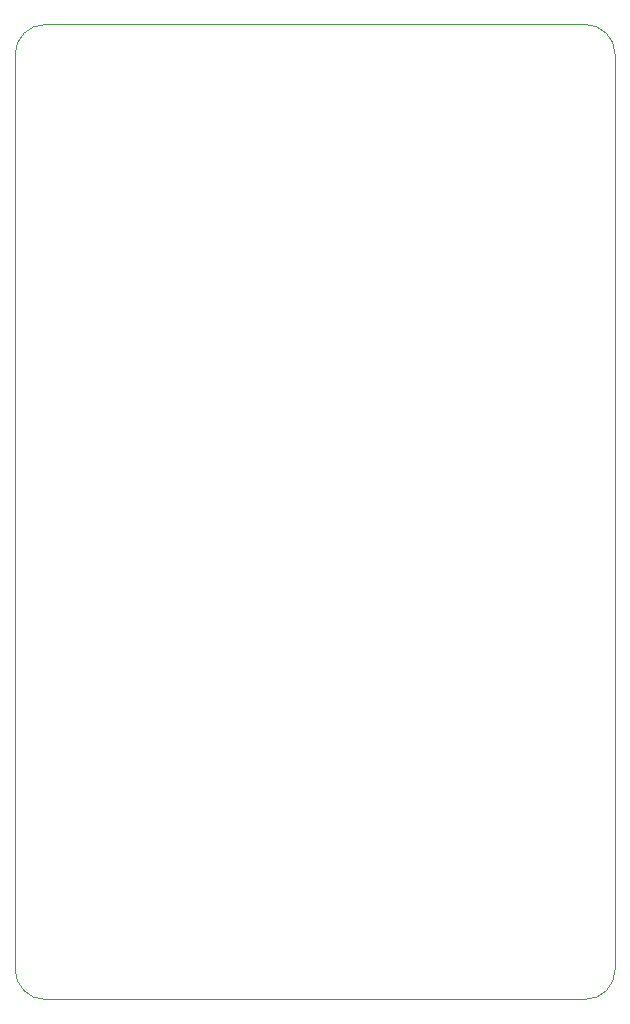
<source format=gbr>
G04*
G04 #@! TF.GenerationSoftware,Altium Limited,Altium Designer,24.3.1 (35)*
G04*
G04 Layer_Color=0*
%FSLAX44Y44*%
%MOMM*%
G71*
G04*
G04 #@! TF.SameCoordinates,D61E4413-AD1B-46AA-9FCE-7A96C032C263*
G04*
G04*
G04 #@! TF.FilePolarity,Positive*
G04*
G01*
G75*
%ADD90C,0.0254*%
D90*
X-254000Y-387350D02*
Y387350D01*
D02*
G02*
X-228600Y412750I25400J0D01*
G01*
X228600D01*
D02*
G02*
X254000Y387350I0J-25400D01*
G01*
Y-387350D01*
D02*
G02*
X228600Y-412750I-25400J0D01*
G01*
X-228600D01*
D02*
G02*
X-254000Y-387350I0J25400D01*
G01*
M02*

</source>
